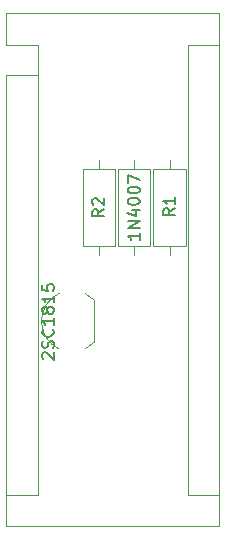
<source format=gbr>
%TF.GenerationSoftware,KiCad,Pcbnew,(5.1.12)-1*%
%TF.CreationDate,2024-12-20T23:38:59+09:00*%
%TF.ProjectId,Cuicuit,43756963-7569-4742-9e6b-696361645f70,rev?*%
%TF.SameCoordinates,Original*%
%TF.FileFunction,Legend,Top*%
%TF.FilePolarity,Positive*%
%FSLAX46Y46*%
G04 Gerber Fmt 4.6, Leading zero omitted, Abs format (unit mm)*
G04 Created by KiCad (PCBNEW (5.1.12)-1) date 2024-12-20 23:38:59*
%MOMM*%
%LPD*%
G01*
G04 APERTURE LIST*
%ADD10C,0.120000*%
%ADD11C,0.150000*%
%ADD12C,1.600000*%
%ADD13O,1.600000X1.600000*%
%ADD14C,1.500000*%
%ADD15R,1.500000X1.500000*%
%ADD16R,1.600000X1.600000*%
%ADD17R,1.700000X1.700000*%
%ADD18O,1.700000X1.700000*%
%ADD19C,3.200000*%
G04 APERTURE END LIST*
D10*
%TO.C,1N4007*%
X141910000Y-119990000D02*
X139170000Y-119990000D01*
X139170000Y-119990000D02*
X139170000Y-126530000D01*
X139170000Y-126530000D02*
X141910000Y-126530000D01*
X141910000Y-126530000D02*
X141910000Y-119990000D01*
X140540000Y-119220000D02*
X140540000Y-119990000D01*
X140540000Y-127300000D02*
X140540000Y-126530000D01*
%TO.C,2SC1815*%
X137140000Y-134690000D02*
X137140000Y-131090000D01*
X136412795Y-135214184D02*
G75*
G03*
X137140000Y-134690000I-1122795J2324184D01*
G01*
X134191193Y-135246400D02*
G75*
G02*
X132690000Y-132890000I1098807J2356400D01*
G01*
X134191193Y-130533600D02*
G75*
G03*
X132690000Y-132890000I1098807J-2356400D01*
G01*
X136412795Y-130565816D02*
G75*
G02*
X137140000Y-131090000I-1122795J-2324184D01*
G01*
%TO.C,Arduino_nano_33_ble1*%
X132365001Y-112035001D02*
X132365001Y-109495001D01*
X132365001Y-109495001D02*
X129695001Y-109495001D01*
X129695001Y-112035001D02*
X129695001Y-150265001D01*
X129695001Y-106825001D02*
X129695001Y-109495001D01*
X145065001Y-109495001D02*
X147735001Y-109495001D01*
X145065001Y-109495001D02*
X145065001Y-147595001D01*
X145065001Y-147595001D02*
X147735001Y-147595001D01*
X132365001Y-112035001D02*
X129695001Y-112035001D01*
X132365001Y-112035001D02*
X132365001Y-147595001D01*
X132365001Y-147595001D02*
X129695001Y-147595001D01*
X129695001Y-150265001D02*
X147735001Y-150265001D01*
X147735001Y-150265001D02*
X147735001Y-106825001D01*
X147735001Y-106825001D02*
X129695001Y-106825001D01*
%TO.C,R1*%
X143540000Y-127300000D02*
X143540000Y-126530000D01*
X143540000Y-119220000D02*
X143540000Y-119990000D01*
X144910000Y-126530000D02*
X144910000Y-119990000D01*
X142170000Y-126530000D02*
X144910000Y-126530000D01*
X142170000Y-119990000D02*
X142170000Y-126530000D01*
X144910000Y-119990000D02*
X142170000Y-119990000D01*
%TO.C,R2*%
X138910000Y-119990000D02*
X136170000Y-119990000D01*
X136170000Y-119990000D02*
X136170000Y-126530000D01*
X136170000Y-126530000D02*
X138910000Y-126530000D01*
X138910000Y-126530000D02*
X138910000Y-119990000D01*
X137540000Y-119220000D02*
X137540000Y-119990000D01*
X137540000Y-127300000D02*
X137540000Y-126530000D01*
%TO.C,1N4007*%
D11*
X140992380Y-125402857D02*
X140992380Y-125974285D01*
X140992380Y-125688571D02*
X139992380Y-125688571D01*
X140135238Y-125783809D01*
X140230476Y-125879047D01*
X140278095Y-125974285D01*
X140992380Y-124974285D02*
X139992380Y-124974285D01*
X140992380Y-124402857D01*
X139992380Y-124402857D01*
X140325714Y-123498095D02*
X140992380Y-123498095D01*
X139944761Y-123736190D02*
X140659047Y-123974285D01*
X140659047Y-123355238D01*
X139992380Y-122783809D02*
X139992380Y-122688571D01*
X140040000Y-122593333D01*
X140087619Y-122545714D01*
X140182857Y-122498095D01*
X140373333Y-122450476D01*
X140611428Y-122450476D01*
X140801904Y-122498095D01*
X140897142Y-122545714D01*
X140944761Y-122593333D01*
X140992380Y-122688571D01*
X140992380Y-122783809D01*
X140944761Y-122879047D01*
X140897142Y-122926666D01*
X140801904Y-122974285D01*
X140611428Y-123021904D01*
X140373333Y-123021904D01*
X140182857Y-122974285D01*
X140087619Y-122926666D01*
X140040000Y-122879047D01*
X139992380Y-122783809D01*
X139992380Y-121831428D02*
X139992380Y-121736190D01*
X140040000Y-121640952D01*
X140087619Y-121593333D01*
X140182857Y-121545714D01*
X140373333Y-121498095D01*
X140611428Y-121498095D01*
X140801904Y-121545714D01*
X140897142Y-121593333D01*
X140944761Y-121640952D01*
X140992380Y-121736190D01*
X140992380Y-121831428D01*
X140944761Y-121926666D01*
X140897142Y-121974285D01*
X140801904Y-122021904D01*
X140611428Y-122069523D01*
X140373333Y-122069523D01*
X140182857Y-122021904D01*
X140087619Y-121974285D01*
X140040000Y-121926666D01*
X139992380Y-121831428D01*
X139992380Y-121164761D02*
X139992380Y-120498095D01*
X140992380Y-120926666D01*
%TO.C,2SC1815*%
X132837619Y-136096666D02*
X132790000Y-136049047D01*
X132742380Y-135953809D01*
X132742380Y-135715714D01*
X132790000Y-135620476D01*
X132837619Y-135572857D01*
X132932857Y-135525238D01*
X133028095Y-135525238D01*
X133170952Y-135572857D01*
X133742380Y-136144285D01*
X133742380Y-135525238D01*
X133694761Y-135144285D02*
X133742380Y-135001428D01*
X133742380Y-134763333D01*
X133694761Y-134668095D01*
X133647142Y-134620476D01*
X133551904Y-134572857D01*
X133456666Y-134572857D01*
X133361428Y-134620476D01*
X133313809Y-134668095D01*
X133266190Y-134763333D01*
X133218571Y-134953809D01*
X133170952Y-135049047D01*
X133123333Y-135096666D01*
X133028095Y-135144285D01*
X132932857Y-135144285D01*
X132837619Y-135096666D01*
X132790000Y-135049047D01*
X132742380Y-134953809D01*
X132742380Y-134715714D01*
X132790000Y-134572857D01*
X133647142Y-133572857D02*
X133694761Y-133620476D01*
X133742380Y-133763333D01*
X133742380Y-133858571D01*
X133694761Y-134001428D01*
X133599523Y-134096666D01*
X133504285Y-134144285D01*
X133313809Y-134191904D01*
X133170952Y-134191904D01*
X132980476Y-134144285D01*
X132885238Y-134096666D01*
X132790000Y-134001428D01*
X132742380Y-133858571D01*
X132742380Y-133763333D01*
X132790000Y-133620476D01*
X132837619Y-133572857D01*
X133742380Y-132620476D02*
X133742380Y-133191904D01*
X133742380Y-132906190D02*
X132742380Y-132906190D01*
X132885238Y-133001428D01*
X132980476Y-133096666D01*
X133028095Y-133191904D01*
X133170952Y-132049047D02*
X133123333Y-132144285D01*
X133075714Y-132191904D01*
X132980476Y-132239523D01*
X132932857Y-132239523D01*
X132837619Y-132191904D01*
X132790000Y-132144285D01*
X132742380Y-132049047D01*
X132742380Y-131858571D01*
X132790000Y-131763333D01*
X132837619Y-131715714D01*
X132932857Y-131668095D01*
X132980476Y-131668095D01*
X133075714Y-131715714D01*
X133123333Y-131763333D01*
X133170952Y-131858571D01*
X133170952Y-132049047D01*
X133218571Y-132144285D01*
X133266190Y-132191904D01*
X133361428Y-132239523D01*
X133551904Y-132239523D01*
X133647142Y-132191904D01*
X133694761Y-132144285D01*
X133742380Y-132049047D01*
X133742380Y-131858571D01*
X133694761Y-131763333D01*
X133647142Y-131715714D01*
X133551904Y-131668095D01*
X133361428Y-131668095D01*
X133266190Y-131715714D01*
X133218571Y-131763333D01*
X133170952Y-131858571D01*
X133742380Y-130715714D02*
X133742380Y-131287142D01*
X133742380Y-131001428D02*
X132742380Y-131001428D01*
X132885238Y-131096666D01*
X132980476Y-131191904D01*
X133028095Y-131287142D01*
X132742380Y-129810952D02*
X132742380Y-130287142D01*
X133218571Y-130334761D01*
X133170952Y-130287142D01*
X133123333Y-130191904D01*
X133123333Y-129953809D01*
X133170952Y-129858571D01*
X133218571Y-129810952D01*
X133313809Y-129763333D01*
X133551904Y-129763333D01*
X133647142Y-129810952D01*
X133694761Y-129858571D01*
X133742380Y-129953809D01*
X133742380Y-130191904D01*
X133694761Y-130287142D01*
X133647142Y-130334761D01*
%TO.C,R1*%
X143992380Y-123346666D02*
X143516190Y-123680000D01*
X143992380Y-123918095D02*
X142992380Y-123918095D01*
X142992380Y-123537142D01*
X143040000Y-123441904D01*
X143087619Y-123394285D01*
X143182857Y-123346666D01*
X143325714Y-123346666D01*
X143420952Y-123394285D01*
X143468571Y-123441904D01*
X143516190Y-123537142D01*
X143516190Y-123918095D01*
X143992380Y-122394285D02*
X143992380Y-122965714D01*
X143992380Y-122680000D02*
X142992380Y-122680000D01*
X143135238Y-122775238D01*
X143230476Y-122870476D01*
X143278095Y-122965714D01*
%TO.C,R2*%
X137992380Y-123426666D02*
X137516190Y-123760000D01*
X137992380Y-123998095D02*
X136992380Y-123998095D01*
X136992380Y-123617142D01*
X137040000Y-123521904D01*
X137087619Y-123474285D01*
X137182857Y-123426666D01*
X137325714Y-123426666D01*
X137420952Y-123474285D01*
X137468571Y-123521904D01*
X137516190Y-123617142D01*
X137516190Y-123998095D01*
X137087619Y-123045714D02*
X137040000Y-122998095D01*
X136992380Y-122902857D01*
X136992380Y-122664761D01*
X137040000Y-122569523D01*
X137087619Y-122521904D01*
X137182857Y-122474285D01*
X137278095Y-122474285D01*
X137420952Y-122521904D01*
X137992380Y-123093333D01*
X137992380Y-122474285D01*
%TD*%
%LPC*%
D12*
%TO.C,1N4007*%
X140540000Y-118180000D03*
D13*
X140540000Y-128340000D03*
%TD*%
D14*
%TO.C,2SC1815*%
X135290000Y-132890000D03*
X135290000Y-130350000D03*
D15*
X135290000Y-135430000D03*
%TD*%
D16*
%TO.C,Arduino_nano_33_ble1*%
X131095001Y-110765001D03*
D13*
X146335001Y-143785001D03*
X131095001Y-113305001D03*
X146335001Y-141245001D03*
X131095001Y-115845001D03*
X146335001Y-138705001D03*
X131095001Y-118385001D03*
X146335001Y-136165001D03*
X131095001Y-120925001D03*
X146335001Y-133625001D03*
X131095001Y-123465001D03*
X146335001Y-131085001D03*
X131095001Y-126005001D03*
X146335001Y-128545001D03*
X131095001Y-128545001D03*
X146335001Y-126005001D03*
X131095001Y-131085001D03*
X146335001Y-123465001D03*
X131095001Y-133625001D03*
X146335001Y-120925001D03*
X131095001Y-136165001D03*
X146335001Y-118385001D03*
X131095001Y-138705001D03*
X146335001Y-115845001D03*
X131095001Y-141245001D03*
X146335001Y-113305001D03*
X131095001Y-143785001D03*
X146335001Y-110765001D03*
X131095001Y-146325001D03*
X146335001Y-146325001D03*
%TD*%
D17*
%TO.C,Bend*%
X139290000Y-134680000D03*
D18*
X139290000Y-132140000D03*
%TD*%
D17*
%TO.C,BLE*%
X134290000Y-114180000D03*
D18*
X134290000Y-116720000D03*
X134290000Y-119260000D03*
X134290000Y-121800000D03*
X134290000Y-124340000D03*
X134290000Y-126880000D03*
%TD*%
D17*
%TO.C,DCDC*%
X143040000Y-140930000D03*
D18*
X143040000Y-138390000D03*
X143040000Y-135850000D03*
%TD*%
D19*
%TO.C,H1*%
X138790000Y-110180000D03*
%TD*%
%TO.C,H2*%
X138790000Y-146430000D03*
%TD*%
D18*
%TO.C,Motor*%
X134790000Y-138390000D03*
D17*
X134790000Y-140930000D03*
%TD*%
D13*
%TO.C,R1*%
X143540000Y-128340000D03*
D12*
X143540000Y-118180000D03*
%TD*%
%TO.C,R2*%
X137540000Y-118180000D03*
D13*
X137540000Y-128340000D03*
%TD*%
D17*
%TO.C,PW*%
X138790000Y-140930000D03*
D18*
X138790000Y-138390000D03*
%TD*%
M02*

</source>
